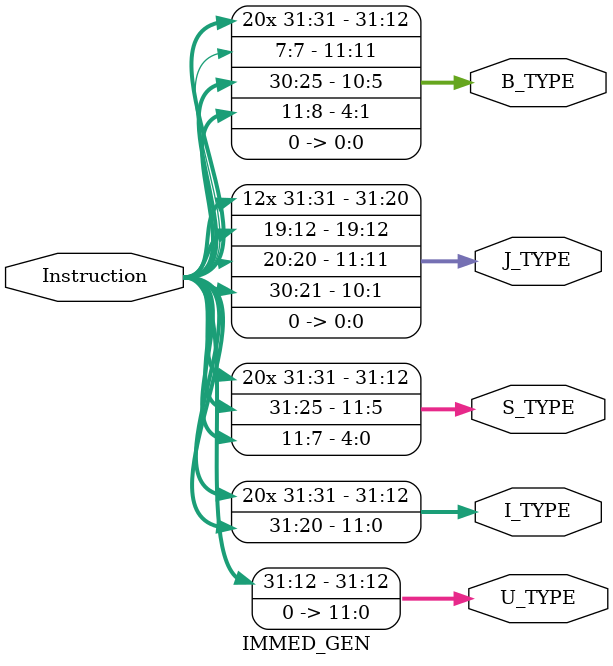
<source format=sv>
`timescale 1ns / 1ps


module IMMED_GEN(
    input [31:7] Instruction,
    output [31:0] U_TYPE, I_TYPE, S_TYPE, J_TYPE, B_TYPE
);

//Each of these outputs is created by taking apart, and concatenating different parts of the instruction input
assign U_TYPE = {Instruction[31:12],12'b0};
assign I_TYPE = {{21{Instruction[31]}}, Instruction[30:20]};
assign S_TYPE = {{21{Instruction[31]}},Instruction[30:25],Instruction[11:7]};
assign B_TYPE = {{20{Instruction[31]}},Instruction[7],Instruction[30:25],Instruction[11:8],1'b0};
assign J_TYPE = {{12{Instruction[31]}},Instruction[19:12],Instruction[20],Instruction[30:21],1'b0};


endmodule
</source>
